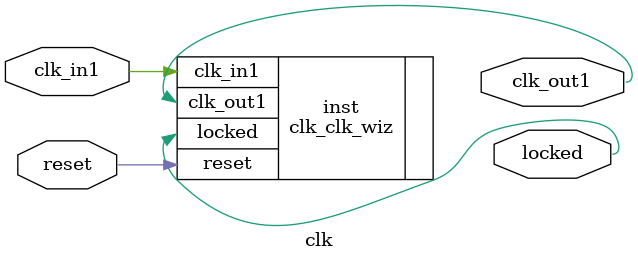
<source format=v>


`timescale 1ps/1ps

(* CORE_GENERATION_INFO = "clk,clk_wiz_v6_0_4_0_0,{component_name=clk,use_phase_alignment=true,use_min_o_jitter=false,use_max_i_jitter=false,use_dyn_phase_shift=false,use_inclk_switchover=false,use_dyn_reconfig=false,enable_axi=0,feedback_source=FDBK_AUTO,PRIMITIVE=MMCM,num_out_clk=1,clkin1_period=10.000,clkin2_period=10.000,use_power_down=false,use_reset=true,use_locked=true,use_inclk_stopped=false,feedback_type=SINGLE,CLOCK_MGR_TYPE=NA,manual_override=false}" *)

module clk 
 (
  // Clock out ports
  output        clk_out1,
  // Status and control signals
  input         reset,
  output        locked,
 // Clock in ports
  input         clk_in1
 );

  clk_clk_wiz inst
  (
  // Clock out ports  
  .clk_out1(clk_out1),
  // Status and control signals               
  .reset(reset), 
  .locked(locked),
 // Clock in ports
  .clk_in1(clk_in1)
  );

endmodule

</source>
